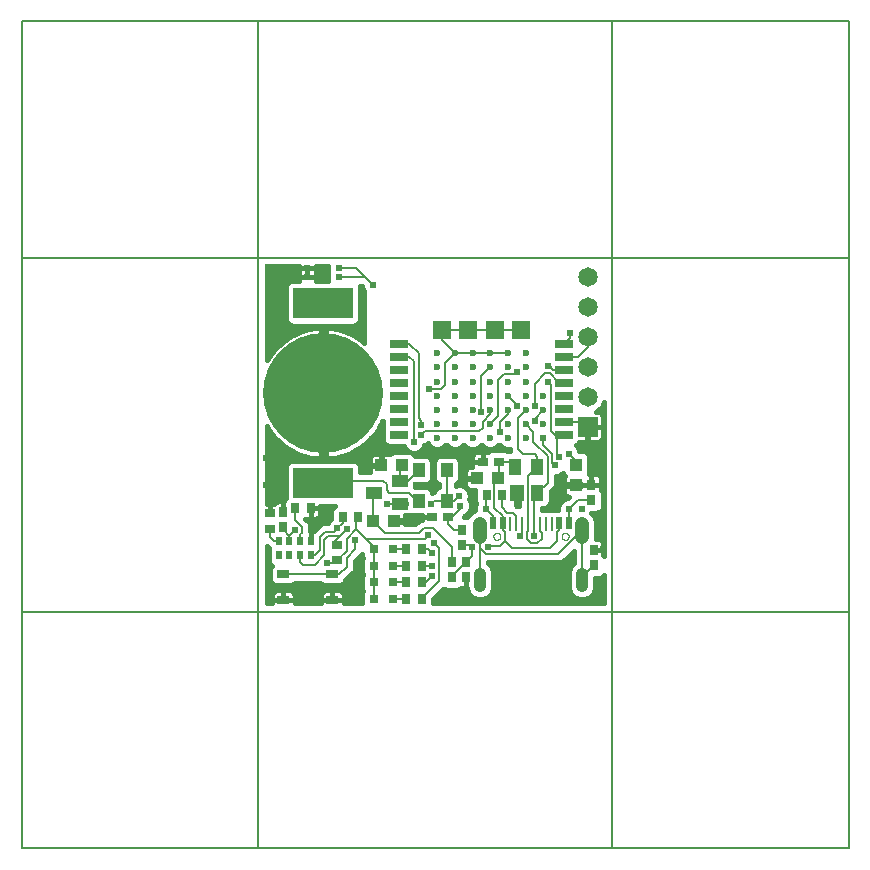
<source format=gtl>
G75*
%MOIN*%
%OFA0B0*%
%FSLAX25Y25*%
%IPPOS*%
%LPD*%
%AMOC8*
5,1,8,0,0,1.08239X$1,22.5*
%
%ADD10C,0.00800*%
%ADD11R,0.05906X0.02756*%
%ADD12C,0.02362*%
%ADD13R,0.02362X0.02362*%
%ADD14R,0.05906X0.05906*%
%ADD15R,0.04252X0.04134*%
%ADD16R,0.02165X0.02165*%
%ADD17R,0.04134X0.02559*%
%ADD18R,0.02913X0.03642*%
%ADD19R,0.04134X0.04252*%
%ADD20R,0.03642X0.02913*%
%ADD21R,0.03937X0.05669*%
%ADD22R,0.04724X0.05669*%
%ADD23R,0.02756X0.03543*%
%ADD24R,0.03150X0.03150*%
%ADD25R,0.03937X0.04724*%
%ADD26C,0.40000*%
%ADD27R,0.20000X0.10000*%
%ADD28C,0.00000*%
%ADD29R,0.02283X0.04134*%
%ADD30R,0.01102X0.04528*%
%ADD31C,0.04528*%
%ADD32C,0.04134*%
%ADD33R,0.01969X0.03150*%
%ADD34R,0.03543X0.02756*%
%ADD35R,0.06500X0.06500*%
%ADD36C,0.06500*%
%ADD37R,0.05512X0.03937*%
%ADD38C,0.01600*%
%ADD39C,0.02381*%
%ADD40C,0.00600*%
D10*
X0001400Y0001400D02*
X0080140Y0001400D01*
X0080140Y0276991D01*
X0198250Y0276991D01*
X0198250Y0001400D01*
X0080140Y0001400D01*
X0001400Y0001400D02*
X0001400Y0080140D01*
X0276991Y0080140D01*
X0276991Y0001400D01*
X0198250Y0001400D01*
X0276991Y0080140D02*
X0276991Y0198250D01*
X0001400Y0198250D01*
X0001400Y0276991D01*
X0080140Y0276991D01*
X0001400Y0198250D02*
X0001400Y0080140D01*
X0084077Y0104943D02*
X0084077Y0107896D01*
X0084077Y0104943D02*
X0085258Y0103762D01*
X0087030Y0103762D01*
X0090573Y0103762D02*
X0090573Y0105534D01*
X0088408Y0107699D01*
X0088408Y0108290D01*
X0090573Y0105534D02*
X0092345Y0107306D01*
X0094117Y0105928D02*
X0094707Y0106518D01*
X0094707Y0108487D01*
X0092542Y0110652D01*
X0092542Y0114786D01*
X0098841Y0120809D02*
X0101794Y0122975D01*
X0102660Y0123841D01*
X0121872Y0123841D01*
X0123054Y0122660D01*
X0123054Y0120691D01*
X0123841Y0119904D01*
X0130534Y0119904D01*
X0132896Y0117542D01*
X0133290Y0117542D01*
X0133683Y0117148D01*
X0137620Y0115967D02*
X0138802Y0117148D01*
X0143132Y0117148D01*
X0145494Y0117148D01*
X0147069Y0118723D01*
X0147463Y0115573D02*
X0147463Y0114392D01*
X0144707Y0111636D01*
X0143329Y0111636D01*
X0143329Y0109471D01*
X0145298Y0107502D01*
X0148250Y0107502D01*
X0148250Y0102384D02*
X0150809Y0102384D01*
X0151400Y0101794D01*
X0151400Y0098841D01*
X0149431Y0096872D01*
X0144707Y0092148D01*
X0144707Y0091754D01*
X0140376Y0090376D02*
X0140376Y0101400D01*
X0138802Y0102975D01*
X0136833Y0101006D02*
X0138014Y0099825D01*
X0136833Y0101006D02*
X0134668Y0101006D01*
X0135652Y0104550D02*
X0115967Y0104550D01*
X0118723Y0101794D01*
X0118723Y0101006D01*
X0118723Y0095494D01*
X0118723Y0089983D01*
X0118723Y0084471D01*
X0125022Y0084471D02*
X0129550Y0084471D01*
X0134668Y0084471D02*
X0134668Y0084668D01*
X0140376Y0090376D01*
X0138014Y0091951D02*
X0136046Y0089983D01*
X0134668Y0089983D01*
X0129550Y0089983D02*
X0125022Y0089983D01*
X0125022Y0095494D02*
X0129550Y0095494D01*
X0134668Y0095494D02*
X0138014Y0095494D01*
X0144707Y0096872D02*
X0144707Y0101794D01*
X0138408Y0108093D01*
X0135258Y0108093D01*
X0133683Y0106518D01*
X0122365Y0106518D01*
X0118428Y0110455D01*
X0118428Y0119609D01*
X0118723Y0119904D01*
X0123054Y0115967D02*
X0127778Y0115967D01*
X0127975Y0116164D01*
X0127384Y0116164D01*
X0125317Y0110455D02*
X0126105Y0109668D01*
X0125022Y0101006D02*
X0129550Y0101006D01*
X0135652Y0104550D02*
X0136833Y0105731D01*
X0143132Y0117148D02*
X0143132Y0127384D01*
X0143132Y0128172D01*
X0133683Y0127384D02*
X0129943Y0123644D01*
X0127384Y0123644D01*
X0127384Y0128270D01*
X0128073Y0128959D01*
X0132109Y0136833D02*
X0132109Y0163605D01*
X0130534Y0165180D01*
X0126991Y0165180D01*
X0126991Y0169510D02*
X0130534Y0169510D01*
X0133683Y0166361D01*
X0133683Y0144707D01*
X0134471Y0143920D01*
X0134471Y0142345D01*
X0135652Y0140376D02*
X0153762Y0140376D01*
X0154943Y0141557D01*
X0154943Y0143526D01*
X0157502Y0146085D01*
X0157502Y0147463D01*
X0154550Y0146676D02*
X0154550Y0158683D01*
X0157502Y0161636D01*
X0157502Y0166361D02*
X0151597Y0166361D01*
X0145691Y0166361D01*
X0141262Y0170790D01*
X0141262Y0174235D01*
X0150120Y0174235D01*
X0158979Y0174235D01*
X0157502Y0166361D02*
X0163408Y0166361D01*
X0166361Y0160061D02*
X0165573Y0159274D01*
X0162030Y0159274D01*
X0160061Y0157306D01*
X0160061Y0145298D01*
X0157502Y0142739D01*
X0160849Y0143526D02*
X0160849Y0139983D01*
X0160849Y0143526D02*
X0163408Y0146085D01*
X0163408Y0147463D01*
X0166361Y0148644D02*
X0166361Y0149235D01*
X0163408Y0152187D01*
X0169313Y0147463D02*
X0166754Y0144904D01*
X0166754Y0134471D01*
X0168329Y0132896D01*
X0172266Y0132896D01*
X0173250Y0131912D01*
X0173250Y0128565D01*
X0170101Y0125416D01*
X0170101Y0109569D01*
X0170101Y0107109D01*
X0169707Y0106715D01*
X0169707Y0104353D01*
X0171085Y0102975D01*
X0173054Y0102975D01*
X0174628Y0104550D01*
X0174628Y0106518D01*
X0174038Y0107109D01*
X0174038Y0109569D01*
X0172069Y0109569D02*
X0172069Y0118723D01*
X0173250Y0119904D01*
X0176597Y0123250D01*
X0176597Y0132109D01*
X0171872Y0136833D01*
X0171872Y0140180D01*
X0169313Y0142739D01*
X0172266Y0143920D02*
X0172266Y0144510D01*
X0175219Y0147463D01*
X0172266Y0148644D02*
X0172266Y0156124D01*
X0175809Y0159668D01*
X0177384Y0159668D01*
X0180534Y0156518D01*
X0182109Y0156518D01*
X0182109Y0160849D02*
X0178565Y0160849D01*
X0177384Y0162030D01*
X0176597Y0162030D01*
X0176597Y0156912D02*
X0177778Y0155731D01*
X0177778Y0140376D01*
X0179746Y0138408D01*
X0180140Y0138408D01*
X0181321Y0138408D01*
X0182109Y0139195D01*
X0182896Y0138408D01*
X0184471Y0138408D01*
X0180140Y0138408D02*
X0179746Y0138014D01*
X0179746Y0132502D01*
X0180534Y0131715D01*
X0178172Y0132896D02*
X0178172Y0129746D01*
X0178959Y0128959D01*
X0178172Y0132896D02*
X0175219Y0135849D01*
X0175219Y0138014D01*
X0182109Y0143526D02*
X0188211Y0143526D01*
X0189983Y0141754D01*
X0183683Y0132896D02*
X0186046Y0130534D01*
X0186046Y0129254D01*
X0186636Y0117345D02*
X0183683Y0114392D01*
X0184471Y0115180D01*
X0183683Y0114392D02*
X0183683Y0109766D01*
X0180534Y0109766D02*
X0180534Y0107404D01*
X0179746Y0106617D01*
X0179746Y0103762D01*
X0177384Y0101400D01*
X0164786Y0101400D01*
X0162424Y0103762D01*
X0160849Y0102187D01*
X0157306Y0102187D01*
X0156912Y0101794D01*
X0156046Y0099431D02*
X0154077Y0101400D01*
X0154077Y0090849D01*
X0156046Y0099431D02*
X0180219Y0099431D01*
X0188093Y0107306D01*
X0188093Y0090849D01*
X0188093Y0091833D01*
X0191951Y0095691D01*
X0172069Y0105337D02*
X0172069Y0109569D01*
X0168132Y0109569D02*
X0168132Y0106124D01*
X0167345Y0105337D01*
X0166164Y0109569D02*
X0166164Y0112227D01*
X0165180Y0113211D01*
X0163211Y0113211D01*
X0161439Y0114983D01*
X0161439Y0119117D01*
X0158880Y0114786D02*
X0158880Y0123546D01*
X0159963Y0124628D01*
X0160258Y0124924D01*
X0160258Y0130140D01*
X0164195Y0130140D01*
X0165770Y0128565D01*
X0156321Y0119117D02*
X0156124Y0118920D01*
X0156124Y0114392D01*
X0158487Y0112030D01*
X0158487Y0109766D01*
X0154077Y0107306D02*
X0154077Y0106991D01*
X0154077Y0107306D02*
X0154077Y0101400D01*
X0162424Y0103762D02*
X0162424Y0106617D01*
X0161636Y0107404D01*
X0161636Y0109766D01*
X0161636Y0112030D01*
X0158880Y0114786D01*
X0134471Y0139195D02*
X0135652Y0140376D01*
X0137227Y0154550D02*
X0141164Y0154550D01*
X0142345Y0155731D01*
X0142345Y0163014D01*
X0145691Y0166361D01*
X0118329Y0189195D02*
X0115869Y0191656D01*
X0107010Y0191656D01*
X0107010Y0194609D02*
X0112916Y0194609D01*
X0118329Y0189195D01*
X0182109Y0169510D02*
X0184077Y0171479D01*
X0184077Y0173054D01*
X0189983Y0171754D02*
X0189983Y0168329D01*
X0186833Y0165180D01*
X0182109Y0165180D01*
X0186636Y0117345D02*
X0191164Y0117345D01*
X0119117Y0101006D02*
X0118723Y0101006D01*
X0115967Y0104550D02*
X0112817Y0107699D01*
X0112817Y0111046D01*
X0113408Y0111636D01*
X0112817Y0107699D02*
X0109668Y0104550D01*
X0109668Y0100416D01*
X0106518Y0097266D01*
X0105534Y0096282D01*
X0102975Y0096282D01*
X0102187Y0099038D02*
X0102187Y0104156D01*
X0103369Y0105337D01*
X0107306Y0105337D01*
X0109668Y0107699D01*
X0108290Y0109865D02*
X0106518Y0108093D01*
X0105337Y0106912D01*
X0102581Y0106912D01*
X0100613Y0104943D01*
X0100613Y0100613D01*
X0099038Y0099038D01*
X0097660Y0099038D01*
X0099038Y0095888D02*
X0095101Y0095888D01*
X0094117Y0096872D01*
X0094117Y0099038D01*
X0094117Y0103762D02*
X0094117Y0105928D01*
X0102187Y0099038D02*
X0099038Y0095888D01*
X0104845Y0092640D02*
X0107207Y0092640D01*
X0109668Y0095101D01*
X0109668Y0098250D01*
X0112424Y0101006D01*
X0112424Y0104156D01*
X0107306Y0105337D02*
X0105731Y0103762D01*
X0106518Y0102384D01*
X0108290Y0109865D02*
X0108290Y0111636D01*
X0104845Y0092640D02*
X0088506Y0092640D01*
X0198250Y0276991D02*
X0276991Y0276991D01*
X0276991Y0198250D01*
D11*
X0182109Y0169510D03*
X0182109Y0165180D03*
X0182109Y0160849D03*
X0182109Y0156518D03*
X0182109Y0152187D03*
X0182109Y0147857D03*
X0182109Y0143526D03*
X0182109Y0139195D03*
X0126991Y0139195D03*
X0126991Y0143526D03*
X0126991Y0147857D03*
X0126991Y0152187D03*
X0126991Y0156518D03*
X0126991Y0160849D03*
X0126991Y0165180D03*
X0126991Y0169510D03*
D12*
X0139786Y0166361D03*
X0139786Y0161636D03*
X0139786Y0156912D03*
X0139786Y0152187D03*
X0139786Y0147463D03*
X0139786Y0142739D03*
X0139786Y0138014D03*
X0145691Y0138014D03*
X0145691Y0142739D03*
X0145691Y0147463D03*
X0145691Y0152187D03*
X0145691Y0156912D03*
X0145691Y0161636D03*
X0145691Y0166361D03*
X0151597Y0166361D03*
X0151597Y0161636D03*
X0151597Y0156912D03*
X0151597Y0152187D03*
X0151597Y0147463D03*
X0151597Y0142739D03*
X0151597Y0138014D03*
X0157502Y0138014D03*
X0157502Y0142739D03*
X0157502Y0147463D03*
X0157502Y0152187D03*
X0157502Y0156912D03*
X0157502Y0161636D03*
X0157502Y0166361D03*
X0163408Y0166361D03*
X0163408Y0161636D03*
X0163408Y0156912D03*
X0163408Y0152187D03*
X0163408Y0147463D03*
X0163408Y0142739D03*
X0163408Y0138014D03*
X0169313Y0138014D03*
X0169313Y0142739D03*
X0169313Y0147463D03*
X0169313Y0152187D03*
X0169313Y0156912D03*
X0169313Y0161636D03*
X0169313Y0166361D03*
X0175219Y0152187D03*
X0175219Y0147463D03*
X0175219Y0142739D03*
D13*
X0175219Y0138014D03*
D14*
X0167837Y0174235D03*
X0158979Y0174235D03*
X0150120Y0174235D03*
X0141262Y0174235D03*
D15*
X0186046Y0129254D03*
X0186046Y0122365D03*
D16*
X0107010Y0191656D03*
X0107010Y0194609D03*
X0096577Y0194609D03*
X0096577Y0191656D03*
D17*
X0088506Y0092640D03*
X0088506Y0084176D03*
X0104845Y0084176D03*
X0104845Y0092640D03*
D18*
X0088408Y0108290D03*
X0088408Y0113408D03*
X0144707Y0096872D03*
X0149431Y0096872D03*
X0149431Y0091754D03*
X0144707Y0091754D03*
X0148250Y0102384D03*
X0148250Y0107502D03*
X0191164Y0117345D03*
X0191164Y0122463D03*
X0191951Y0100809D03*
X0191951Y0095691D03*
D19*
X0159963Y0124628D03*
X0153073Y0124628D03*
X0128073Y0128959D03*
X0121183Y0128959D03*
X0118428Y0110455D03*
X0125317Y0110455D03*
D20*
X0138211Y0111636D03*
X0143329Y0111636D03*
X0155140Y0130140D03*
X0160258Y0130140D03*
D21*
X0165770Y0128565D03*
X0173250Y0128565D03*
X0173250Y0119904D03*
D22*
X0166557Y0119904D03*
D23*
X0161439Y0119117D03*
X0156321Y0119117D03*
X0134668Y0101006D03*
X0129550Y0101006D03*
X0129550Y0095494D03*
X0134668Y0095494D03*
X0134668Y0089983D03*
X0129550Y0089983D03*
X0129550Y0084471D03*
X0134668Y0084471D03*
X0113408Y0111636D03*
X0108290Y0111636D03*
X0097660Y0114786D03*
X0092542Y0114786D03*
D24*
X0118723Y0101006D03*
X0118723Y0095494D03*
X0118723Y0089983D03*
X0118723Y0084471D03*
X0125022Y0084471D03*
X0125022Y0089983D03*
X0125022Y0095494D03*
X0125022Y0101006D03*
D25*
X0133683Y0117148D03*
X0143132Y0117148D03*
X0143132Y0127384D03*
X0133683Y0127384D03*
D26*
X0101794Y0152975D03*
D27*
X0101794Y0122975D03*
X0101794Y0182975D03*
D28*
X0158526Y0105337D02*
X0158528Y0105406D01*
X0158534Y0105474D01*
X0158544Y0105542D01*
X0158558Y0105609D01*
X0158576Y0105676D01*
X0158597Y0105741D01*
X0158623Y0105805D01*
X0158652Y0105867D01*
X0158684Y0105927D01*
X0158720Y0105986D01*
X0158760Y0106042D01*
X0158802Y0106096D01*
X0158848Y0106147D01*
X0158897Y0106196D01*
X0158948Y0106242D01*
X0159002Y0106284D01*
X0159058Y0106324D01*
X0159116Y0106360D01*
X0159177Y0106392D01*
X0159239Y0106421D01*
X0159303Y0106447D01*
X0159368Y0106468D01*
X0159435Y0106486D01*
X0159502Y0106500D01*
X0159570Y0106510D01*
X0159638Y0106516D01*
X0159707Y0106518D01*
X0159776Y0106516D01*
X0159844Y0106510D01*
X0159912Y0106500D01*
X0159979Y0106486D01*
X0160046Y0106468D01*
X0160111Y0106447D01*
X0160175Y0106421D01*
X0160237Y0106392D01*
X0160297Y0106360D01*
X0160356Y0106324D01*
X0160412Y0106284D01*
X0160466Y0106242D01*
X0160517Y0106196D01*
X0160566Y0106147D01*
X0160612Y0106096D01*
X0160654Y0106042D01*
X0160694Y0105986D01*
X0160730Y0105927D01*
X0160762Y0105867D01*
X0160791Y0105805D01*
X0160817Y0105741D01*
X0160838Y0105676D01*
X0160856Y0105609D01*
X0160870Y0105542D01*
X0160880Y0105474D01*
X0160886Y0105406D01*
X0160888Y0105337D01*
X0160886Y0105268D01*
X0160880Y0105200D01*
X0160870Y0105132D01*
X0160856Y0105065D01*
X0160838Y0104998D01*
X0160817Y0104933D01*
X0160791Y0104869D01*
X0160762Y0104807D01*
X0160730Y0104746D01*
X0160694Y0104688D01*
X0160654Y0104632D01*
X0160612Y0104578D01*
X0160566Y0104527D01*
X0160517Y0104478D01*
X0160466Y0104432D01*
X0160412Y0104390D01*
X0160356Y0104350D01*
X0160298Y0104314D01*
X0160237Y0104282D01*
X0160175Y0104253D01*
X0160111Y0104227D01*
X0160046Y0104206D01*
X0159979Y0104188D01*
X0159912Y0104174D01*
X0159844Y0104164D01*
X0159776Y0104158D01*
X0159707Y0104156D01*
X0159638Y0104158D01*
X0159570Y0104164D01*
X0159502Y0104174D01*
X0159435Y0104188D01*
X0159368Y0104206D01*
X0159303Y0104227D01*
X0159239Y0104253D01*
X0159177Y0104282D01*
X0159116Y0104314D01*
X0159058Y0104350D01*
X0159002Y0104390D01*
X0158948Y0104432D01*
X0158897Y0104478D01*
X0158848Y0104527D01*
X0158802Y0104578D01*
X0158760Y0104632D01*
X0158720Y0104688D01*
X0158684Y0104746D01*
X0158652Y0104807D01*
X0158623Y0104869D01*
X0158597Y0104933D01*
X0158576Y0104998D01*
X0158558Y0105065D01*
X0158544Y0105132D01*
X0158534Y0105200D01*
X0158528Y0105268D01*
X0158526Y0105337D01*
X0181282Y0105337D02*
X0181284Y0105406D01*
X0181290Y0105474D01*
X0181300Y0105542D01*
X0181314Y0105609D01*
X0181332Y0105676D01*
X0181353Y0105741D01*
X0181379Y0105805D01*
X0181408Y0105867D01*
X0181440Y0105927D01*
X0181476Y0105986D01*
X0181516Y0106042D01*
X0181558Y0106096D01*
X0181604Y0106147D01*
X0181653Y0106196D01*
X0181704Y0106242D01*
X0181758Y0106284D01*
X0181814Y0106324D01*
X0181872Y0106360D01*
X0181933Y0106392D01*
X0181995Y0106421D01*
X0182059Y0106447D01*
X0182124Y0106468D01*
X0182191Y0106486D01*
X0182258Y0106500D01*
X0182326Y0106510D01*
X0182394Y0106516D01*
X0182463Y0106518D01*
X0182532Y0106516D01*
X0182600Y0106510D01*
X0182668Y0106500D01*
X0182735Y0106486D01*
X0182802Y0106468D01*
X0182867Y0106447D01*
X0182931Y0106421D01*
X0182993Y0106392D01*
X0183053Y0106360D01*
X0183112Y0106324D01*
X0183168Y0106284D01*
X0183222Y0106242D01*
X0183273Y0106196D01*
X0183322Y0106147D01*
X0183368Y0106096D01*
X0183410Y0106042D01*
X0183450Y0105986D01*
X0183486Y0105927D01*
X0183518Y0105867D01*
X0183547Y0105805D01*
X0183573Y0105741D01*
X0183594Y0105676D01*
X0183612Y0105609D01*
X0183626Y0105542D01*
X0183636Y0105474D01*
X0183642Y0105406D01*
X0183644Y0105337D01*
X0183642Y0105268D01*
X0183636Y0105200D01*
X0183626Y0105132D01*
X0183612Y0105065D01*
X0183594Y0104998D01*
X0183573Y0104933D01*
X0183547Y0104869D01*
X0183518Y0104807D01*
X0183486Y0104746D01*
X0183450Y0104688D01*
X0183410Y0104632D01*
X0183368Y0104578D01*
X0183322Y0104527D01*
X0183273Y0104478D01*
X0183222Y0104432D01*
X0183168Y0104390D01*
X0183112Y0104350D01*
X0183054Y0104314D01*
X0182993Y0104282D01*
X0182931Y0104253D01*
X0182867Y0104227D01*
X0182802Y0104206D01*
X0182735Y0104188D01*
X0182668Y0104174D01*
X0182600Y0104164D01*
X0182532Y0104158D01*
X0182463Y0104156D01*
X0182394Y0104158D01*
X0182326Y0104164D01*
X0182258Y0104174D01*
X0182191Y0104188D01*
X0182124Y0104206D01*
X0182059Y0104227D01*
X0181995Y0104253D01*
X0181933Y0104282D01*
X0181872Y0104314D01*
X0181814Y0104350D01*
X0181758Y0104390D01*
X0181704Y0104432D01*
X0181653Y0104478D01*
X0181604Y0104527D01*
X0181558Y0104578D01*
X0181516Y0104632D01*
X0181476Y0104688D01*
X0181440Y0104746D01*
X0181408Y0104807D01*
X0181379Y0104869D01*
X0181353Y0104933D01*
X0181332Y0104998D01*
X0181314Y0105065D01*
X0181300Y0105132D01*
X0181290Y0105200D01*
X0181284Y0105268D01*
X0181282Y0105337D01*
D29*
X0180534Y0109766D03*
X0183683Y0109766D03*
X0161636Y0109766D03*
X0158487Y0109766D03*
D30*
X0164195Y0109569D03*
X0166164Y0109569D03*
X0168132Y0109569D03*
X0170101Y0109569D03*
X0172069Y0109569D03*
X0174038Y0109569D03*
X0176006Y0109569D03*
X0177975Y0109569D03*
D31*
X0188093Y0109569D02*
X0188093Y0105042D01*
X0154077Y0105042D02*
X0154077Y0109569D01*
D32*
X0154077Y0092916D02*
X0154077Y0088782D01*
X0188093Y0088782D02*
X0188093Y0092916D01*
D33*
X0097660Y0099038D03*
X0094117Y0099038D03*
X0090573Y0099038D03*
X0087030Y0099038D03*
X0087030Y0103762D03*
X0090573Y0103762D03*
X0094117Y0103762D03*
X0097660Y0103762D03*
D34*
X0106518Y0102384D03*
X0106518Y0097266D03*
X0084077Y0107896D03*
X0084077Y0113014D03*
D35*
X0189983Y0141754D03*
D36*
X0189983Y0151754D03*
X0189983Y0161754D03*
X0189983Y0171754D03*
X0189983Y0181754D03*
X0189983Y0191754D03*
D37*
X0127384Y0123644D03*
X0127384Y0116164D03*
X0118723Y0119904D03*
D38*
X0117317Y0126641D02*
X0114194Y0126641D01*
X0114194Y0128452D01*
X0113828Y0129334D01*
X0113153Y0130009D01*
X0112271Y0130375D01*
X0091316Y0130375D01*
X0090434Y0130009D01*
X0089759Y0129334D01*
X0089394Y0128452D01*
X0089394Y0118182D01*
X0089129Y0117917D01*
X0088764Y0117035D01*
X0088764Y0117029D01*
X0088408Y0117029D01*
X0088408Y0113408D01*
X0088408Y0113408D01*
X0088408Y0117029D01*
X0086714Y0117029D01*
X0086256Y0116906D01*
X0085846Y0116669D01*
X0085511Y0116334D01*
X0085429Y0116192D01*
X0084077Y0116192D01*
X0082940Y0116192D01*
X0082940Y0142018D01*
X0083654Y0140854D01*
X0084661Y0139468D01*
X0085773Y0138166D01*
X0086984Y0136954D01*
X0088287Y0135842D01*
X0089673Y0134835D01*
X0091134Y0133940D01*
X0092660Y0133162D01*
X0094243Y0132506D01*
X0095872Y0131977D01*
X0097537Y0131577D01*
X0099229Y0131309D01*
X0100937Y0131175D01*
X0100994Y0131175D01*
X0100994Y0152175D01*
X0102594Y0152175D01*
X0102594Y0131175D01*
X0102650Y0131175D01*
X0104358Y0131309D01*
X0106050Y0131577D01*
X0107716Y0131977D01*
X0109345Y0132506D01*
X0110928Y0133162D01*
X0112454Y0133940D01*
X0113914Y0134835D01*
X0115300Y0135842D01*
X0116603Y0136954D01*
X0117814Y0138166D01*
X0118927Y0139468D01*
X0119934Y0140854D01*
X0120829Y0142315D01*
X0121606Y0143841D01*
X0121638Y0143917D01*
X0121638Y0141671D01*
X0121766Y0141361D01*
X0121638Y0141051D01*
X0121638Y0137340D01*
X0122003Y0136458D01*
X0122678Y0135783D01*
X0123560Y0135417D01*
X0128809Y0135417D01*
X0129065Y0134799D01*
X0130075Y0133789D01*
X0131394Y0133243D01*
X0132823Y0133243D01*
X0134143Y0133789D01*
X0135153Y0134799D01*
X0135549Y0135755D01*
X0136505Y0136151D01*
X0136630Y0136276D01*
X0136750Y0135986D01*
X0137757Y0134978D01*
X0139073Y0134433D01*
X0140498Y0134433D01*
X0141814Y0134978D01*
X0142739Y0135902D01*
X0143663Y0134978D01*
X0144979Y0134433D01*
X0146404Y0134433D01*
X0147720Y0134978D01*
X0148644Y0135902D01*
X0149568Y0134978D01*
X0150885Y0134433D01*
X0152309Y0134433D01*
X0153625Y0134978D01*
X0154550Y0135902D01*
X0155474Y0134978D01*
X0156790Y0134433D01*
X0158215Y0134433D01*
X0159531Y0134978D01*
X0160455Y0135902D01*
X0161379Y0134978D01*
X0162696Y0134433D01*
X0163954Y0134433D01*
X0163954Y0133914D01*
X0164002Y0133800D01*
X0163324Y0133800D01*
X0163178Y0133739D01*
X0162557Y0133997D01*
X0157960Y0133997D01*
X0157078Y0133631D01*
X0156843Y0133397D01*
X0155140Y0133397D01*
X0153082Y0133397D01*
X0152625Y0133274D01*
X0152214Y0133037D01*
X0151879Y0132702D01*
X0151642Y0132292D01*
X0151519Y0131834D01*
X0151519Y0130140D01*
X0151519Y0128554D01*
X0150769Y0128554D01*
X0150312Y0128432D01*
X0149901Y0128195D01*
X0149566Y0127860D01*
X0149329Y0127449D01*
X0149206Y0126991D01*
X0149206Y0124862D01*
X0152840Y0124862D01*
X0152840Y0124395D01*
X0149206Y0124395D01*
X0149206Y0122265D01*
X0149329Y0121808D01*
X0149566Y0121397D01*
X0149901Y0121062D01*
X0150312Y0120825D01*
X0150769Y0120702D01*
X0152543Y0120702D01*
X0152543Y0116867D01*
X0152903Y0115998D01*
X0152534Y0115106D01*
X0152534Y0113978D01*
X0151435Y0113523D01*
X0150123Y0112211D01*
X0149921Y0111723D01*
X0148754Y0111723D01*
X0149837Y0112806D01*
X0149881Y0112914D01*
X0150507Y0113539D01*
X0151054Y0114859D01*
X0151054Y0116287D01*
X0150507Y0117607D01*
X0150497Y0117617D01*
X0150660Y0118009D01*
X0150660Y0119437D01*
X0150113Y0120757D01*
X0149103Y0121767D01*
X0147783Y0122313D01*
X0146355Y0122313D01*
X0145932Y0122138D01*
X0145932Y0122769D01*
X0146460Y0122987D01*
X0147135Y0123663D01*
X0147501Y0124545D01*
X0147501Y0130224D01*
X0147135Y0131106D01*
X0146460Y0131781D01*
X0145578Y0132146D01*
X0140686Y0132146D01*
X0139804Y0131781D01*
X0139129Y0131106D01*
X0138764Y0130224D01*
X0138764Y0124545D01*
X0139129Y0123663D01*
X0139804Y0122987D01*
X0140332Y0122769D01*
X0140332Y0121764D01*
X0139804Y0121545D01*
X0139129Y0120870D01*
X0138764Y0119988D01*
X0138764Y0119948D01*
X0138245Y0119948D01*
X0138052Y0119868D01*
X0138052Y0119988D01*
X0137687Y0120870D01*
X0137011Y0121545D01*
X0136129Y0121910D01*
X0132540Y0121910D01*
X0132540Y0122281D01*
X0132881Y0122622D01*
X0136129Y0122622D01*
X0137011Y0122987D01*
X0137687Y0123663D01*
X0138052Y0124545D01*
X0138052Y0130224D01*
X0137687Y0131106D01*
X0137011Y0131781D01*
X0136129Y0132146D01*
X0132298Y0132146D01*
X0132175Y0132445D01*
X0131500Y0133120D01*
X0130618Y0133485D01*
X0125529Y0133485D01*
X0124647Y0133120D01*
X0124163Y0132636D01*
X0123945Y0132762D01*
X0123487Y0132885D01*
X0121417Y0132885D01*
X0121417Y0129193D01*
X0120950Y0129193D01*
X0120950Y0132885D01*
X0118880Y0132885D01*
X0118422Y0132762D01*
X0118011Y0132525D01*
X0117676Y0132190D01*
X0117439Y0131780D01*
X0117317Y0131322D01*
X0117317Y0129193D01*
X0120950Y0129193D01*
X0120950Y0128726D01*
X0117317Y0128726D01*
X0117317Y0126641D01*
X0117317Y0127682D02*
X0114194Y0127682D01*
X0113850Y0129281D02*
X0117317Y0129281D01*
X0117317Y0130879D02*
X0082940Y0130879D01*
X0082940Y0129281D02*
X0089737Y0129281D01*
X0089394Y0127682D02*
X0082940Y0127682D01*
X0082940Y0126084D02*
X0089394Y0126084D01*
X0089394Y0124485D02*
X0082940Y0124485D01*
X0082940Y0122887D02*
X0089394Y0122887D01*
X0089394Y0121288D02*
X0082940Y0121288D01*
X0082940Y0119690D02*
X0089394Y0119690D01*
X0089304Y0118091D02*
X0082940Y0118091D01*
X0082940Y0116493D02*
X0085670Y0116493D01*
X0084077Y0116192D02*
X0084077Y0113014D01*
X0084077Y0116192D01*
X0084077Y0114894D02*
X0084077Y0114894D01*
X0084077Y0113296D02*
X0084077Y0113296D01*
X0084077Y0113014D02*
X0084077Y0113014D01*
X0088408Y0114894D02*
X0088408Y0114894D01*
X0088408Y0116493D02*
X0088408Y0116493D01*
X0095901Y0111253D02*
X0096045Y0111214D01*
X0097660Y0111214D01*
X0099275Y0111214D01*
X0099733Y0111337D01*
X0100143Y0111574D01*
X0100478Y0111909D01*
X0100715Y0112319D01*
X0100838Y0112777D01*
X0100838Y0114786D01*
X0100838Y0115575D01*
X0105872Y0115575D01*
X0105552Y0115442D01*
X0104877Y0114767D01*
X0104512Y0113885D01*
X0104512Y0111148D01*
X0104484Y0111137D01*
X0103474Y0110127D01*
X0103302Y0109712D01*
X0102024Y0109712D01*
X0100995Y0109286D01*
X0099027Y0107317D01*
X0098846Y0107137D01*
X0097660Y0107137D01*
X0097660Y0103762D01*
X0097660Y0103762D01*
X0097660Y0107137D01*
X0097507Y0107137D01*
X0097507Y0109044D01*
X0097081Y0110073D01*
X0095901Y0111253D01*
X0097055Y0110099D02*
X0103463Y0110099D01*
X0104512Y0111697D02*
X0100266Y0111697D01*
X0100838Y0113296D02*
X0104512Y0113296D01*
X0105004Y0114894D02*
X0100838Y0114894D01*
X0100838Y0114786D02*
X0097660Y0114786D01*
X0097660Y0114786D01*
X0100838Y0114786D01*
X0097660Y0114786D02*
X0097660Y0111214D01*
X0097660Y0114786D01*
X0097660Y0114786D01*
X0097660Y0113296D02*
X0097660Y0113296D01*
X0097660Y0111697D02*
X0097660Y0111697D01*
X0097507Y0108500D02*
X0100210Y0108500D01*
X0097660Y0106902D02*
X0097660Y0106902D01*
X0097660Y0105303D02*
X0097660Y0105303D01*
X0111042Y0092515D02*
X0114947Y0092515D01*
X0115040Y0092739D02*
X0114748Y0092035D01*
X0114748Y0087930D01*
X0115040Y0087227D01*
X0114748Y0086523D01*
X0114748Y0082940D01*
X0108712Y0082940D01*
X0108712Y0084176D01*
X0108712Y0085692D01*
X0108589Y0086150D01*
X0108352Y0086560D01*
X0108017Y0086895D01*
X0107607Y0087132D01*
X0107149Y0087255D01*
X0104845Y0087255D01*
X0104845Y0084176D01*
X0104845Y0084176D01*
X0104845Y0087255D01*
X0102541Y0087255D01*
X0102083Y0087132D01*
X0101673Y0086895D01*
X0101338Y0086560D01*
X0101101Y0086150D01*
X0100978Y0085692D01*
X0100978Y0084176D01*
X0104845Y0084176D01*
X0108712Y0084176D01*
X0104845Y0084176D01*
X0104845Y0084176D01*
X0104845Y0084176D01*
X0100978Y0084176D01*
X0100978Y0082940D01*
X0092373Y0082940D01*
X0092373Y0084176D01*
X0092373Y0085692D01*
X0092251Y0086150D01*
X0092014Y0086560D01*
X0091678Y0086895D01*
X0091268Y0087132D01*
X0090810Y0087255D01*
X0088506Y0087255D01*
X0086202Y0087255D01*
X0085745Y0087132D01*
X0085334Y0086895D01*
X0084999Y0086560D01*
X0084762Y0086150D01*
X0084639Y0085692D01*
X0084639Y0084176D01*
X0088506Y0084176D01*
X0088506Y0087255D01*
X0088506Y0084176D01*
X0088506Y0084176D01*
X0088506Y0084176D01*
X0084639Y0084176D01*
X0084639Y0082940D01*
X0082940Y0082940D01*
X0082940Y0102121D01*
X0083672Y0101388D01*
X0083755Y0101354D01*
X0083646Y0101090D01*
X0083646Y0096986D01*
X0084011Y0096103D01*
X0084620Y0095494D01*
X0084405Y0095279D01*
X0084039Y0094397D01*
X0084039Y0090883D01*
X0084405Y0090001D01*
X0085080Y0089326D01*
X0085962Y0088961D01*
X0091051Y0088961D01*
X0091933Y0089326D01*
X0092447Y0089840D01*
X0100904Y0089840D01*
X0101418Y0089326D01*
X0102301Y0088961D01*
X0107389Y0088961D01*
X0108271Y0089326D01*
X0108946Y0090001D01*
X0109242Y0090716D01*
X0111254Y0092727D01*
X0112041Y0093515D01*
X0112468Y0094544D01*
X0112468Y0097091D01*
X0114010Y0098633D01*
X0114748Y0099371D01*
X0114748Y0098954D01*
X0115040Y0098250D01*
X0114748Y0097547D01*
X0114748Y0093442D01*
X0115040Y0092739D01*
X0114748Y0094114D02*
X0112290Y0094114D01*
X0112468Y0095712D02*
X0114748Y0095712D01*
X0114748Y0097311D02*
X0112688Y0097311D01*
X0114286Y0098909D02*
X0114767Y0098909D01*
X0114748Y0090917D02*
X0109443Y0090917D01*
X0108252Y0089318D02*
X0114748Y0089318D01*
X0114835Y0087720D02*
X0082940Y0087720D01*
X0082940Y0089318D02*
X0085099Y0089318D01*
X0084039Y0090917D02*
X0082940Y0090917D01*
X0082940Y0092515D02*
X0084039Y0092515D01*
X0084039Y0094114D02*
X0082940Y0094114D01*
X0082940Y0095712D02*
X0084402Y0095712D01*
X0083646Y0097311D02*
X0082940Y0097311D01*
X0082940Y0098909D02*
X0083646Y0098909D01*
X0083646Y0100508D02*
X0082940Y0100508D01*
X0082940Y0102106D02*
X0082954Y0102106D01*
X0091914Y0089318D02*
X0101437Y0089318D01*
X0101093Y0086121D02*
X0092258Y0086121D01*
X0092373Y0084523D02*
X0100978Y0084523D01*
X0104845Y0084523D02*
X0104845Y0084523D01*
X0104845Y0086121D02*
X0104845Y0086121D01*
X0108597Y0086121D02*
X0114748Y0086121D01*
X0114748Y0084523D02*
X0108712Y0084523D01*
X0092373Y0084176D02*
X0088506Y0084176D01*
X0088506Y0084176D01*
X0092373Y0084176D01*
X0088506Y0084523D02*
X0088506Y0084523D01*
X0088506Y0086121D02*
X0088506Y0086121D01*
X0084754Y0086121D02*
X0082940Y0086121D01*
X0082940Y0084523D02*
X0084639Y0084523D01*
X0125551Y0110222D02*
X0125551Y0110689D01*
X0129184Y0110689D01*
X0129184Y0112395D01*
X0130377Y0112395D01*
X0130835Y0112518D01*
X0130870Y0112538D01*
X0131238Y0112386D01*
X0134590Y0112386D01*
X0134590Y0111636D01*
X0134590Y0110847D01*
X0133672Y0110467D01*
X0132885Y0109679D01*
X0132524Y0109318D01*
X0129184Y0109318D01*
X0129184Y0110222D01*
X0125551Y0110222D01*
X0129184Y0110099D02*
X0133304Y0110099D01*
X0134590Y0111636D02*
X0138211Y0111636D01*
X0138211Y0111636D01*
X0134590Y0111636D01*
X0134590Y0111697D02*
X0129184Y0111697D01*
X0129315Y0115980D02*
X0127569Y0115980D01*
X0127569Y0116348D01*
X0129315Y0116348D01*
X0129315Y0115980D01*
X0137268Y0121288D02*
X0139548Y0121288D01*
X0140047Y0122887D02*
X0136769Y0122887D01*
X0138027Y0124485D02*
X0138788Y0124485D01*
X0138764Y0126084D02*
X0138052Y0126084D01*
X0138052Y0127682D02*
X0138764Y0127682D01*
X0138764Y0129281D02*
X0138052Y0129281D01*
X0137780Y0130879D02*
X0139035Y0130879D01*
X0137061Y0135675D02*
X0135515Y0135675D01*
X0134430Y0134076D02*
X0163954Y0134076D01*
X0160683Y0135675D02*
X0160228Y0135675D01*
X0154777Y0135675D02*
X0154322Y0135675D01*
X0155140Y0133397D02*
X0155140Y0130140D01*
X0151519Y0130140D01*
X0155140Y0130140D01*
X0155140Y0130140D01*
X0155140Y0130140D01*
X0155140Y0133397D01*
X0155140Y0132478D02*
X0155140Y0132478D01*
X0155140Y0130879D02*
X0155140Y0130879D01*
X0151519Y0130879D02*
X0147229Y0130879D01*
X0147501Y0129281D02*
X0151519Y0129281D01*
X0149464Y0127682D02*
X0147501Y0127682D01*
X0147501Y0126084D02*
X0149206Y0126084D01*
X0147476Y0124485D02*
X0152840Y0124485D01*
X0149206Y0122887D02*
X0146217Y0122887D01*
X0149582Y0121288D02*
X0149675Y0121288D01*
X0150555Y0119690D02*
X0152543Y0119690D01*
X0152543Y0118091D02*
X0150660Y0118091D01*
X0150968Y0116493D02*
X0152698Y0116493D01*
X0152534Y0114894D02*
X0151054Y0114894D01*
X0151208Y0113296D02*
X0150263Y0113296D01*
X0166176Y0115829D02*
X0166176Y0119523D01*
X0166939Y0119523D01*
X0166939Y0115412D01*
X0166766Y0115585D01*
X0166176Y0115829D01*
X0166176Y0116493D02*
X0166939Y0116493D01*
X0166939Y0118091D02*
X0166176Y0118091D01*
X0174869Y0114669D02*
X0175696Y0114669D01*
X0176578Y0115035D01*
X0177254Y0115710D01*
X0177619Y0116592D01*
X0177619Y0120313D01*
X0178971Y0121664D01*
X0179397Y0122693D01*
X0179397Y0125369D01*
X0179673Y0125369D01*
X0180993Y0125915D01*
X0181598Y0126520D01*
X0181885Y0125828D01*
X0182368Y0125345D01*
X0182242Y0125126D01*
X0182120Y0124668D01*
X0182120Y0122598D01*
X0185812Y0122598D01*
X0185812Y0122131D01*
X0182120Y0122131D01*
X0182120Y0120061D01*
X0182242Y0119603D01*
X0182479Y0119192D01*
X0182814Y0118857D01*
X0183225Y0118620D01*
X0183683Y0118498D01*
X0183829Y0118498D01*
X0183314Y0117983D01*
X0182969Y0117983D01*
X0181650Y0117436D01*
X0180640Y0116426D01*
X0180093Y0115106D01*
X0180093Y0114233D01*
X0174869Y0114233D01*
X0174869Y0114669D01*
X0176240Y0114894D02*
X0180093Y0114894D01*
X0180706Y0116493D02*
X0177578Y0116493D01*
X0177619Y0118091D02*
X0183423Y0118091D01*
X0182219Y0119690D02*
X0177619Y0119690D01*
X0178595Y0121288D02*
X0182120Y0121288D01*
X0182120Y0122887D02*
X0179397Y0122887D01*
X0179397Y0124485D02*
X0182120Y0124485D01*
X0181779Y0126084D02*
X0181162Y0126084D01*
X0186279Y0122598D02*
X0187907Y0122598D01*
X0187907Y0122463D01*
X0191164Y0122463D01*
X0194420Y0122463D01*
X0194420Y0124521D01*
X0194298Y0124979D01*
X0194061Y0125389D01*
X0193726Y0125724D01*
X0193315Y0125961D01*
X0192857Y0126084D01*
X0191164Y0126084D01*
X0191164Y0122463D01*
X0191164Y0122463D01*
X0194420Y0122463D01*
X0194420Y0120760D01*
X0194655Y0120525D01*
X0195020Y0119643D01*
X0195020Y0115047D01*
X0194655Y0114165D01*
X0193980Y0113489D01*
X0193098Y0113124D01*
X0191134Y0113124D01*
X0192047Y0112211D01*
X0192757Y0110497D01*
X0192757Y0104430D01*
X0193645Y0104430D01*
X0194103Y0104308D01*
X0194513Y0104071D01*
X0194848Y0103736D01*
X0195085Y0103325D01*
X0195208Y0102867D01*
X0195208Y0100809D01*
X0191951Y0100809D01*
X0191951Y0100809D01*
X0195208Y0100809D01*
X0195208Y0099106D01*
X0195442Y0098872D01*
X0195450Y0098853D01*
X0195450Y0150190D01*
X0194773Y0148554D01*
X0193183Y0146964D01*
X0192796Y0146804D01*
X0193470Y0146804D01*
X0193927Y0146682D01*
X0194338Y0146445D01*
X0194673Y0146110D01*
X0194910Y0145699D01*
X0195033Y0145241D01*
X0195033Y0141829D01*
X0190058Y0141829D01*
X0190058Y0141679D01*
X0195033Y0141679D01*
X0195033Y0138267D01*
X0194910Y0137810D01*
X0194673Y0137399D01*
X0194338Y0137064D01*
X0193927Y0136827D01*
X0193470Y0136704D01*
X0190058Y0136704D01*
X0190058Y0141679D01*
X0189908Y0141679D01*
X0189908Y0136704D01*
X0187198Y0136704D01*
X0187096Y0136458D01*
X0186421Y0135783D01*
X0186035Y0135623D01*
X0186727Y0134930D01*
X0187228Y0133721D01*
X0188649Y0133721D01*
X0189531Y0133356D01*
X0190206Y0132681D01*
X0190572Y0131799D01*
X0190572Y0126710D01*
X0190312Y0126084D01*
X0195450Y0126084D01*
X0195450Y0127682D02*
X0190572Y0127682D01*
X0190572Y0129281D02*
X0195450Y0129281D01*
X0195450Y0130879D02*
X0190572Y0130879D01*
X0190290Y0132478D02*
X0195450Y0132478D01*
X0195450Y0134076D02*
X0187081Y0134076D01*
X0186161Y0135675D02*
X0195450Y0135675D01*
X0195450Y0137273D02*
X0194547Y0137273D01*
X0195033Y0138872D02*
X0195450Y0138872D01*
X0195450Y0140470D02*
X0195033Y0140470D01*
X0195033Y0142069D02*
X0195450Y0142069D01*
X0195450Y0143668D02*
X0195033Y0143668D01*
X0195026Y0145266D02*
X0195450Y0145266D01*
X0195450Y0146865D02*
X0192942Y0146865D01*
X0194682Y0148463D02*
X0195450Y0148463D01*
X0195397Y0150062D02*
X0195450Y0150062D01*
X0190058Y0140470D02*
X0189908Y0140470D01*
X0189908Y0138872D02*
X0190058Y0138872D01*
X0190058Y0137273D02*
X0189908Y0137273D01*
X0190312Y0126084D02*
X0191164Y0126084D01*
X0191164Y0122463D01*
X0191164Y0122463D01*
X0187907Y0122463D01*
X0187907Y0122131D01*
X0186279Y0122131D01*
X0186279Y0122598D01*
X0191164Y0122463D02*
X0191164Y0122463D01*
X0191164Y0122887D02*
X0191164Y0122887D01*
X0191164Y0124485D02*
X0191164Y0124485D01*
X0194420Y0124485D02*
X0195450Y0124485D01*
X0195450Y0122887D02*
X0194420Y0122887D01*
X0194420Y0121288D02*
X0195450Y0121288D01*
X0195450Y0119690D02*
X0195001Y0119690D01*
X0195020Y0118091D02*
X0195450Y0118091D01*
X0195450Y0116493D02*
X0195020Y0116493D01*
X0194957Y0114894D02*
X0195450Y0114894D01*
X0195450Y0113296D02*
X0193513Y0113296D01*
X0192259Y0111697D02*
X0195450Y0111697D01*
X0195450Y0110099D02*
X0192757Y0110099D01*
X0192757Y0108500D02*
X0195450Y0108500D01*
X0195450Y0106902D02*
X0192757Y0106902D01*
X0192757Y0105303D02*
X0195450Y0105303D01*
X0195450Y0103705D02*
X0194866Y0103705D01*
X0195208Y0102106D02*
X0195450Y0102106D01*
X0195450Y0100508D02*
X0195208Y0100508D01*
X0195405Y0098909D02*
X0195450Y0098909D01*
X0195450Y0092530D02*
X0195450Y0082940D01*
X0138446Y0082940D01*
X0138446Y0084486D01*
X0141875Y0087915D01*
X0141891Y0087899D01*
X0142773Y0087533D01*
X0146641Y0087533D01*
X0147523Y0087899D01*
X0147758Y0088133D01*
X0149431Y0088133D01*
X0149431Y0091754D01*
X0149432Y0091754D01*
X0149432Y0088133D01*
X0149610Y0088133D01*
X0149610Y0087893D01*
X0150290Y0086252D01*
X0151547Y0084995D01*
X0153189Y0084315D01*
X0154966Y0084315D01*
X0156607Y0084995D01*
X0157864Y0086252D01*
X0158544Y0087893D01*
X0158544Y0093804D01*
X0157864Y0095446D01*
X0156877Y0096433D01*
X0156877Y0096631D01*
X0180776Y0096631D01*
X0181805Y0097058D01*
X0182593Y0097845D01*
X0185293Y0100546D01*
X0185293Y0096433D01*
X0184306Y0095446D01*
X0183626Y0093804D01*
X0183626Y0087893D01*
X0184306Y0086252D01*
X0185563Y0084995D01*
X0187204Y0084315D01*
X0188981Y0084315D01*
X0190623Y0084995D01*
X0191880Y0086252D01*
X0192560Y0087893D01*
X0192560Y0091470D01*
X0193885Y0091470D01*
X0194767Y0091836D01*
X0195442Y0092511D01*
X0195450Y0092530D01*
X0195450Y0092515D02*
X0195444Y0092515D01*
X0195450Y0090917D02*
X0192560Y0090917D01*
X0192560Y0089318D02*
X0195450Y0089318D01*
X0195450Y0087720D02*
X0192488Y0087720D01*
X0191749Y0086121D02*
X0195450Y0086121D01*
X0195450Y0084523D02*
X0189483Y0084523D01*
X0186703Y0084523D02*
X0155467Y0084523D01*
X0157734Y0086121D02*
X0184437Y0086121D01*
X0183698Y0087720D02*
X0158472Y0087720D01*
X0158544Y0089318D02*
X0183626Y0089318D01*
X0183626Y0090917D02*
X0158544Y0090917D01*
X0158544Y0092515D02*
X0183626Y0092515D01*
X0183754Y0094114D02*
X0158416Y0094114D01*
X0157598Y0095712D02*
X0184572Y0095712D01*
X0185293Y0097311D02*
X0182058Y0097311D01*
X0182593Y0097845D02*
X0182593Y0097845D01*
X0183656Y0098909D02*
X0185293Y0098909D01*
X0185255Y0100508D02*
X0185293Y0100508D01*
X0152687Y0084523D02*
X0138482Y0084523D01*
X0140081Y0086121D02*
X0150421Y0086121D01*
X0149682Y0087720D02*
X0147091Y0087720D01*
X0149431Y0089318D02*
X0149432Y0089318D01*
X0149431Y0090917D02*
X0149432Y0090917D01*
X0142324Y0087720D02*
X0141679Y0087720D01*
X0121417Y0129281D02*
X0120950Y0129281D01*
X0120950Y0130879D02*
X0121417Y0130879D01*
X0121417Y0132478D02*
X0120950Y0132478D01*
X0117964Y0132478D02*
X0109257Y0132478D01*
X0112677Y0134076D02*
X0129787Y0134076D01*
X0132141Y0132478D02*
X0151750Y0132478D01*
X0148872Y0135675D02*
X0148417Y0135675D01*
X0142966Y0135675D02*
X0142511Y0135675D01*
X0122938Y0135675D02*
X0115071Y0135675D01*
X0116922Y0137273D02*
X0121665Y0137273D01*
X0121638Y0138872D02*
X0118418Y0138872D01*
X0119655Y0140470D02*
X0121638Y0140470D01*
X0121638Y0142069D02*
X0120678Y0142069D01*
X0121518Y0143668D02*
X0121638Y0143668D01*
X0102594Y0143668D02*
X0100994Y0143668D01*
X0100994Y0145266D02*
X0102594Y0145266D01*
X0102594Y0146865D02*
X0100994Y0146865D01*
X0100994Y0148463D02*
X0102594Y0148463D01*
X0102594Y0150062D02*
X0100994Y0150062D01*
X0100994Y0151660D02*
X0102594Y0151660D01*
X0102594Y0153775D02*
X0100994Y0153775D01*
X0100994Y0174775D01*
X0100937Y0174775D01*
X0099229Y0174640D01*
X0097537Y0174372D01*
X0095872Y0173973D01*
X0094243Y0173443D01*
X0092660Y0172788D01*
X0091134Y0172010D01*
X0089673Y0171115D01*
X0088287Y0170108D01*
X0086984Y0168995D01*
X0085773Y0167784D01*
X0084661Y0166481D01*
X0083654Y0165096D01*
X0082940Y0163931D01*
X0082940Y0195450D01*
X0093694Y0195450D01*
X0093694Y0194609D01*
X0096577Y0194609D01*
X0096577Y0194609D01*
X0099460Y0194609D01*
X0099460Y0195450D01*
X0103528Y0195450D01*
X0103528Y0190375D01*
X0099460Y0190375D01*
X0099460Y0191656D01*
X0099460Y0192976D01*
X0099418Y0193132D01*
X0099460Y0193289D01*
X0099460Y0194609D01*
X0096577Y0194609D01*
X0096577Y0194609D01*
X0093694Y0194609D01*
X0093694Y0193289D01*
X0093736Y0193132D01*
X0093694Y0192976D01*
X0093694Y0191656D01*
X0096577Y0191656D01*
X0096577Y0191656D01*
X0096577Y0194539D01*
X0096577Y0194609D01*
X0096577Y0194609D01*
X0096577Y0191656D01*
X0096577Y0191656D01*
X0093694Y0191656D01*
X0093694Y0190375D01*
X0091316Y0190375D01*
X0090434Y0190009D01*
X0089759Y0189334D01*
X0089394Y0188452D01*
X0089394Y0177497D01*
X0089759Y0176615D01*
X0090434Y0175940D01*
X0091316Y0175575D01*
X0112271Y0175575D01*
X0113153Y0175940D01*
X0113828Y0176615D01*
X0114194Y0177497D01*
X0114194Y0188452D01*
X0114026Y0188856D01*
X0114709Y0188856D01*
X0114739Y0188826D01*
X0114739Y0188481D01*
X0115285Y0187161D01*
X0115573Y0186873D01*
X0115573Y0169875D01*
X0115300Y0170108D01*
X0113914Y0171115D01*
X0112454Y0172010D01*
X0110928Y0172788D01*
X0109345Y0173443D01*
X0107716Y0173973D01*
X0106050Y0174372D01*
X0104358Y0174640D01*
X0102650Y0174775D01*
X0102594Y0174775D01*
X0102594Y0153775D01*
X0102594Y0154857D02*
X0100994Y0154857D01*
X0100994Y0156456D02*
X0102594Y0156456D01*
X0102594Y0158054D02*
X0100994Y0158054D01*
X0100994Y0159653D02*
X0102594Y0159653D01*
X0102594Y0161251D02*
X0100994Y0161251D01*
X0100994Y0162850D02*
X0102594Y0162850D01*
X0102594Y0164448D02*
X0100994Y0164448D01*
X0100994Y0166047D02*
X0102594Y0166047D01*
X0102594Y0167645D02*
X0100994Y0167645D01*
X0100994Y0169244D02*
X0102594Y0169244D01*
X0102594Y0170842D02*
X0100994Y0170842D01*
X0100994Y0172441D02*
X0102594Y0172441D01*
X0102594Y0174039D02*
X0100994Y0174039D01*
X0096150Y0174039D02*
X0082940Y0174039D01*
X0082940Y0172441D02*
X0091979Y0172441D01*
X0089298Y0170842D02*
X0082940Y0170842D01*
X0082940Y0169244D02*
X0087275Y0169244D01*
X0085655Y0167645D02*
X0082940Y0167645D01*
X0082940Y0166047D02*
X0084345Y0166047D01*
X0083257Y0164448D02*
X0082940Y0164448D01*
X0082940Y0175638D02*
X0091164Y0175638D01*
X0089502Y0177236D02*
X0082940Y0177236D01*
X0082940Y0178835D02*
X0089394Y0178835D01*
X0089394Y0180433D02*
X0082940Y0180433D01*
X0082940Y0182032D02*
X0089394Y0182032D01*
X0089394Y0183630D02*
X0082940Y0183630D01*
X0082940Y0185229D02*
X0089394Y0185229D01*
X0089394Y0186827D02*
X0082940Y0186827D01*
X0082940Y0188426D02*
X0089394Y0188426D01*
X0090470Y0190024D02*
X0082940Y0190024D01*
X0082940Y0191623D02*
X0093694Y0191623D01*
X0093713Y0193221D02*
X0082940Y0193221D01*
X0082940Y0194820D02*
X0093694Y0194820D01*
X0096577Y0193221D02*
X0096577Y0193221D01*
X0096577Y0191656D02*
X0099460Y0191656D01*
X0096577Y0191656D01*
X0096577Y0191656D01*
X0099460Y0191623D02*
X0103528Y0191623D01*
X0103528Y0193221D02*
X0099442Y0193221D01*
X0099460Y0194820D02*
X0103528Y0194820D01*
X0114194Y0188426D02*
X0114761Y0188426D01*
X0114194Y0186827D02*
X0115573Y0186827D01*
X0115573Y0185229D02*
X0114194Y0185229D01*
X0114194Y0183630D02*
X0115573Y0183630D01*
X0115573Y0182032D02*
X0114194Y0182032D01*
X0114194Y0180433D02*
X0115573Y0180433D01*
X0115573Y0178835D02*
X0114194Y0178835D01*
X0114086Y0177236D02*
X0115573Y0177236D01*
X0115573Y0175638D02*
X0112423Y0175638D01*
X0115573Y0174039D02*
X0107438Y0174039D01*
X0111608Y0172441D02*
X0115573Y0172441D01*
X0115573Y0170842D02*
X0114290Y0170842D01*
X0102594Y0142069D02*
X0100994Y0142069D01*
X0100994Y0140470D02*
X0102594Y0140470D01*
X0102594Y0138872D02*
X0100994Y0138872D01*
X0100994Y0137273D02*
X0102594Y0137273D01*
X0102594Y0135675D02*
X0100994Y0135675D01*
X0100994Y0134076D02*
X0102594Y0134076D01*
X0102594Y0132478D02*
X0100994Y0132478D01*
X0094330Y0132478D02*
X0082940Y0132478D01*
X0082940Y0134076D02*
X0090910Y0134076D01*
X0088517Y0135675D02*
X0082940Y0135675D01*
X0082940Y0137273D02*
X0086665Y0137273D01*
X0085170Y0138872D02*
X0082940Y0138872D01*
X0082940Y0140470D02*
X0083932Y0140470D01*
D39*
X0085258Y0137620D03*
X0082896Y0131321D03*
X0088802Y0131321D03*
X0095494Y0131321D03*
X0101794Y0131321D03*
X0108880Y0131321D03*
X0114392Y0133290D03*
X0117935Y0137620D03*
X0121085Y0133290D03*
X0132109Y0136833D03*
X0134471Y0139195D03*
X0134471Y0142345D03*
X0137227Y0154550D03*
X0154550Y0146676D03*
X0160849Y0139983D03*
X0166361Y0148644D03*
X0172266Y0148644D03*
X0172266Y0143920D03*
X0180534Y0131715D03*
X0178959Y0128959D03*
X0183683Y0132896D03*
X0180928Y0124235D03*
X0179353Y0118723D03*
X0183683Y0114392D03*
X0188014Y0114392D03*
X0195101Y0111636D03*
X0195101Y0101006D03*
X0195101Y0089589D03*
X0190770Y0084471D03*
X0182896Y0084471D03*
X0175022Y0084471D03*
X0167148Y0084471D03*
X0159274Y0084471D03*
X0163211Y0094707D03*
X0156912Y0101794D03*
X0151400Y0101794D03*
X0149431Y0111636D03*
X0147463Y0115573D03*
X0147069Y0118723D03*
X0137620Y0115967D03*
X0132896Y0122266D03*
X0129746Y0111636D03*
X0123054Y0115967D03*
X0112424Y0104156D03*
X0109668Y0107699D03*
X0106518Y0108093D03*
X0102975Y0114786D03*
X0097857Y0107306D03*
X0092345Y0107306D03*
X0083290Y0095494D03*
X0086439Y0088408D03*
X0096676Y0088408D03*
X0102975Y0096282D03*
X0107306Y0088408D03*
X0138014Y0091951D03*
X0138014Y0095494D03*
X0138014Y0099825D03*
X0138802Y0102975D03*
X0136833Y0105731D03*
X0156124Y0114392D03*
X0166754Y0115573D03*
X0167345Y0105337D03*
X0172069Y0105337D03*
X0171085Y0094707D03*
X0178959Y0094707D03*
X0195101Y0123447D03*
X0195101Y0135258D03*
X0195101Y0147069D03*
X0176597Y0156912D03*
X0176597Y0162030D03*
X0166361Y0160061D03*
X0184077Y0173054D03*
X0146282Y0132896D03*
X0114392Y0175022D03*
X0114392Y0186439D03*
X0118329Y0189195D03*
X0101794Y0175022D03*
X0088802Y0175022D03*
X0088802Y0186439D03*
X0083290Y0195101D03*
X0082896Y0122266D03*
X0088802Y0122266D03*
D40*
X0143132Y0117148D02*
X0143132Y0115967D01*
X0158979Y0174235D02*
X0167837Y0174235D01*
M02*

</source>
